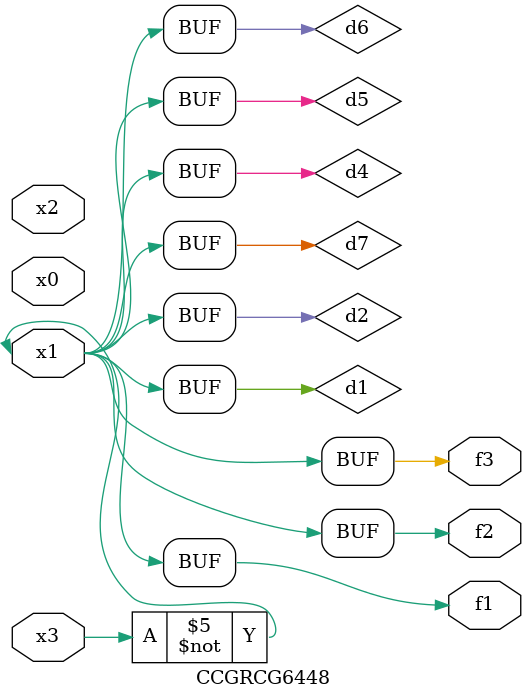
<source format=v>
module CCGRCG6448(
	input x0, x1, x2, x3,
	output f1, f2, f3
);

	wire d1, d2, d3, d4, d5, d6, d7;

	not (d1, x3);
	buf (d2, x1);
	xnor (d3, d1, d2);
	nor (d4, d1);
	buf (d5, d1, d2);
	buf (d6, d4, d5);
	nand (d7, d4);
	assign f1 = d6;
	assign f2 = d7;
	assign f3 = d6;
endmodule

</source>
